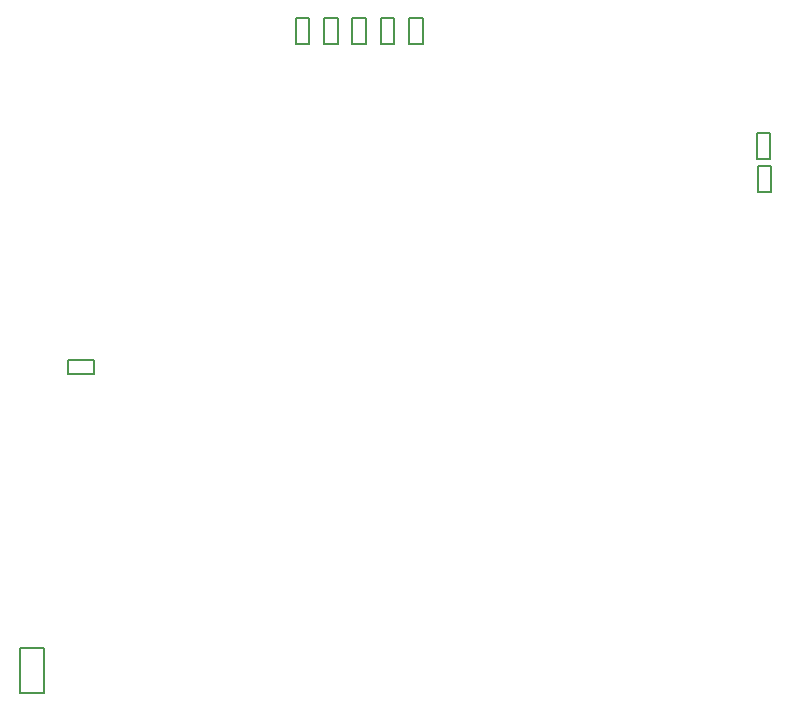
<source format=gbr>
%TF.GenerationSoftware,Altium Limited,Altium Designer,23.11.1 (41)*%
G04 Layer_Color=8388736*
%FSLAX45Y45*%
%MOMM*%
%TF.SameCoordinates,D78E9C2B-A710-42EA-B38E-4640A2B68151*%
%TF.FilePolarity,Positive*%
%TF.FileFunction,Other,Bottom_Courtyard*%
%TF.Part,Single*%
G01*
G75*
%TA.AperFunction,NonConductor*%
%ADD139C,0.20000*%
D139*
X3155030Y6772989D02*
Y6993811D01*
X3040030D02*
X3155030D01*
X3040030Y6772989D02*
Y6993811D01*
Y6772989D02*
X3155030D01*
X465813Y1282593D02*
X667027D01*
X465813D02*
Y1663807D01*
X667027D01*
Y1282593D02*
Y1663807D01*
X870029Y3986180D02*
Y4101180D01*
X1090851D01*
Y3986180D02*
Y4101180D01*
X870029Y3986180D02*
X1090851D01*
X3280060Y6993811D02*
X3395060D01*
Y6772989D02*
Y6993811D01*
X3280060Y6772989D02*
X3395060D01*
X3280060D02*
Y6993811D01*
X6711600Y5525849D02*
X6826600D01*
X6711600D02*
Y5746671D01*
X6826600D01*
Y5525849D02*
Y5746671D01*
X6701440Y6026071D02*
X6816440D01*
Y5805249D02*
Y6026071D01*
X6701440Y5805249D02*
X6816440D01*
X6701440D02*
Y6026071D01*
X3760120Y6772989D02*
X3875120D01*
X3760120D02*
Y6993811D01*
X3875120D01*
Y6772989D02*
Y6993811D01*
X3520090Y6772989D02*
X3635090D01*
X3520090D02*
Y6993811D01*
X3635090D01*
Y6772989D02*
Y6993811D01*
X2800000Y6772989D02*
X2915000D01*
X2800000D02*
Y6993811D01*
X2915000D01*
Y6772989D02*
Y6993811D01*
%TF.MD5,f1e9bba42f629464c6ad32056e26cb59*%
M02*

</source>
